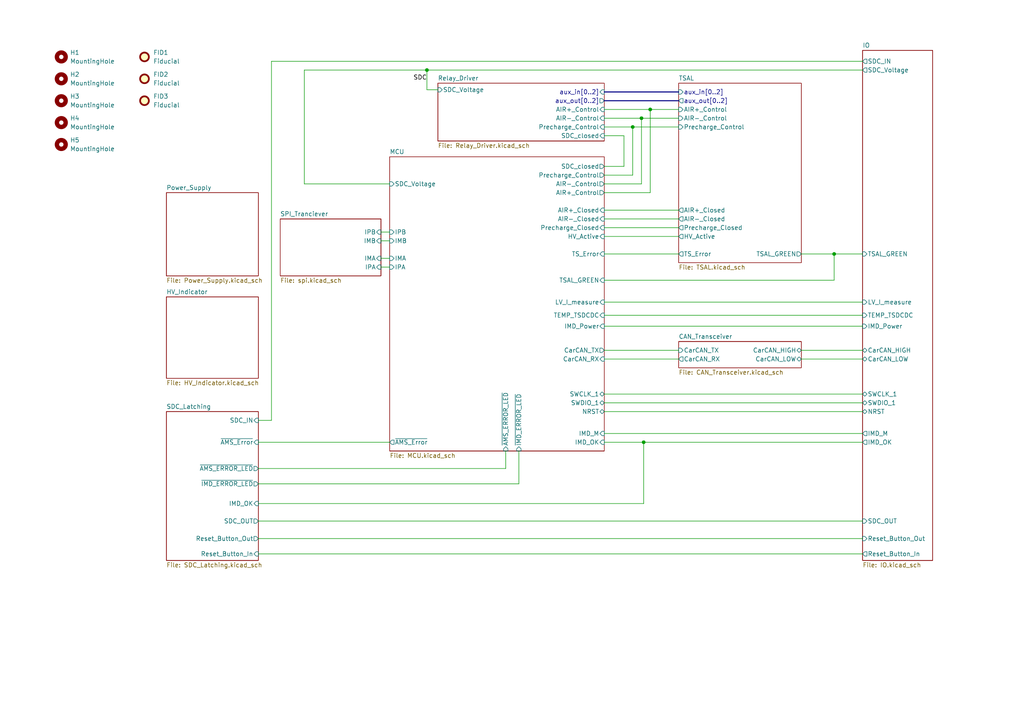
<source format=kicad_sch>
(kicad_sch
	(version 20231120)
	(generator "eeschema")
	(generator_version "8.0")
	(uuid "e63e39d7-6ac0-4ffd-8aa3-1841a4541b55")
	(paper "A4")
	(lib_symbols
		(symbol "Mechanical:Fiducial"
			(exclude_from_sim yes)
			(in_bom no)
			(on_board yes)
			(property "Reference" "FID"
				(at 0 5.08 0)
				(effects
					(font
						(size 1.27 1.27)
					)
				)
			)
			(property "Value" "Fiducial"
				(at 0 3.175 0)
				(effects
					(font
						(size 1.27 1.27)
					)
				)
			)
			(property "Footprint" ""
				(at 0 0 0)
				(effects
					(font
						(size 1.27 1.27)
					)
					(hide yes)
				)
			)
			(property "Datasheet" "~"
				(at 0 0 0)
				(effects
					(font
						(size 1.27 1.27)
					)
					(hide yes)
				)
			)
			(property "Description" "Fiducial Marker"
				(at 0 0 0)
				(effects
					(font
						(size 1.27 1.27)
					)
					(hide yes)
				)
			)
			(property "ki_keywords" "fiducial marker"
				(at 0 0 0)
				(effects
					(font
						(size 1.27 1.27)
					)
					(hide yes)
				)
			)
			(property "ki_fp_filters" "Fiducial*"
				(at 0 0 0)
				(effects
					(font
						(size 1.27 1.27)
					)
					(hide yes)
				)
			)
			(symbol "Fiducial_0_1"
				(circle
					(center 0 0)
					(radius 1.27)
					(stroke
						(width 0.508)
						(type default)
					)
					(fill
						(type background)
					)
				)
			)
		)
		(symbol "Mechanical:MountingHole"
			(pin_names
				(offset 1.016)
			)
			(exclude_from_sim yes)
			(in_bom no)
			(on_board yes)
			(property "Reference" "H"
				(at 0 5.08 0)
				(effects
					(font
						(size 1.27 1.27)
					)
				)
			)
			(property "Value" "MountingHole"
				(at 0 3.175 0)
				(effects
					(font
						(size 1.27 1.27)
					)
				)
			)
			(property "Footprint" ""
				(at 0 0 0)
				(effects
					(font
						(size 1.27 1.27)
					)
					(hide yes)
				)
			)
			(property "Datasheet" "~"
				(at 0 0 0)
				(effects
					(font
						(size 1.27 1.27)
					)
					(hide yes)
				)
			)
			(property "Description" "Mounting Hole without connection"
				(at 0 0 0)
				(effects
					(font
						(size 1.27 1.27)
					)
					(hide yes)
				)
			)
			(property "ki_keywords" "mounting hole"
				(at 0 0 0)
				(effects
					(font
						(size 1.27 1.27)
					)
					(hide yes)
				)
			)
			(property "ki_fp_filters" "MountingHole*"
				(at 0 0 0)
				(effects
					(font
						(size 1.27 1.27)
					)
					(hide yes)
				)
			)
			(symbol "MountingHole_0_1"
				(circle
					(center 0 0)
					(radius 1.27)
					(stroke
						(width 1.27)
						(type default)
					)
					(fill
						(type none)
					)
				)
			)
		)
	)
	(junction
		(at 241.935 73.66)
		(diameter 0)
		(color 0 0 0 0)
		(uuid "0a7f7cff-c29b-4cc6-9d26-e8a073329d15")
	)
	(junction
		(at 123.825 20.32)
		(diameter 0)
		(color 0 0 0 0)
		(uuid "408fafc3-a377-41a0-b7ba-93182cde2895")
	)
	(junction
		(at 186.69 128.27)
		(diameter 0)
		(color 0 0 0 0)
		(uuid "44793ef5-ff1a-4dd7-a42e-e257f8b8042e")
	)
	(junction
		(at 188.595 31.75)
		(diameter 0)
		(color 0 0 0 0)
		(uuid "4978de48-824e-4da0-ad6c-6a4aefa3ff9d")
	)
	(junction
		(at 183.515 36.83)
		(diameter 0)
		(color 0 0 0 0)
		(uuid "7c350bc1-d08e-421e-9df9-7d582d023d7d")
	)
	(junction
		(at 186.055 34.29)
		(diameter 0)
		(color 0 0 0 0)
		(uuid "a1e57cfd-14f7-4329-8eff-f9f55eb71a7d")
	)
	(wire
		(pts
			(xy 180.975 48.26) (xy 180.975 39.37)
		)
		(stroke
			(width 0)
			(type default)
		)
		(uuid "07f9dc8d-c0d0-4dc9-8401-f12e87290517")
	)
	(wire
		(pts
			(xy 188.595 55.88) (xy 188.595 31.75)
		)
		(stroke
			(width 0)
			(type default)
		)
		(uuid "161c37ee-859e-408a-bfc2-59491a96f951")
	)
	(wire
		(pts
			(xy 175.26 36.83) (xy 183.515 36.83)
		)
		(stroke
			(width 0)
			(type default)
		)
		(uuid "1860a00d-f6ff-4922-be20-059a8da73e09")
	)
	(wire
		(pts
			(xy 175.26 94.615) (xy 250.19 94.615)
		)
		(stroke
			(width 0)
			(type default)
		)
		(uuid "18e14012-8379-44ba-bc03-22592befc89a")
	)
	(wire
		(pts
			(xy 175.26 128.27) (xy 186.69 128.27)
		)
		(stroke
			(width 0)
			(type default)
		)
		(uuid "1b75a20a-67f1-4c22-93ad-86624ea64c65")
	)
	(wire
		(pts
			(xy 186.055 34.29) (xy 196.85 34.29)
		)
		(stroke
			(width 0)
			(type default)
		)
		(uuid "1db01ef0-e8ca-4592-b2d3-07fb736a1c26")
	)
	(wire
		(pts
			(xy 110.49 67.31) (xy 113.03 67.31)
		)
		(stroke
			(width 0)
			(type default)
		)
		(uuid "24f82c31-79c3-42d8-ae53-1dfc0417f292")
	)
	(wire
		(pts
			(xy 186.69 128.27) (xy 186.69 146.05)
		)
		(stroke
			(width 0)
			(type default)
		)
		(uuid "30e997bf-188f-4d9b-bd84-fbf9b303fdbc")
	)
	(bus
		(pts
			(xy 175.26 29.21) (xy 196.85 29.21)
		)
		(stroke
			(width 0)
			(type default)
		)
		(uuid "31ffb8c5-4965-42af-9ed5-2cde8d5c615d")
	)
	(wire
		(pts
			(xy 175.26 31.75) (xy 188.595 31.75)
		)
		(stroke
			(width 0)
			(type default)
		)
		(uuid "32c45256-301b-4d4b-9c80-908f3eaa6645")
	)
	(wire
		(pts
			(xy 78.74 17.78) (xy 250.19 17.78)
		)
		(stroke
			(width 0)
			(type default)
		)
		(uuid "39b04c6a-a164-49f1-abea-a3a32285d465")
	)
	(wire
		(pts
			(xy 175.26 81.28) (xy 241.935 81.28)
		)
		(stroke
			(width 0)
			(type default)
		)
		(uuid "3aeadea1-001e-4433-96d3-f973553a40ce")
	)
	(wire
		(pts
			(xy 88.265 53.34) (xy 113.03 53.34)
		)
		(stroke
			(width 0)
			(type default)
		)
		(uuid "43ff35e9-7cd8-4f62-aee2-70328842afeb")
	)
	(wire
		(pts
			(xy 74.93 156.21) (xy 250.19 156.21)
		)
		(stroke
			(width 0)
			(type default)
		)
		(uuid "4c72069e-2911-45fc-ac82-d63dbffe3b04")
	)
	(wire
		(pts
			(xy 183.515 36.83) (xy 183.515 50.8)
		)
		(stroke
			(width 0)
			(type default)
		)
		(uuid "4ec701c3-5b60-44fd-aa98-394de6f7caab")
	)
	(wire
		(pts
			(xy 188.595 31.75) (xy 196.85 31.75)
		)
		(stroke
			(width 0)
			(type default)
		)
		(uuid "51e28119-6df5-4157-ad5a-a917e8c3b6f3")
	)
	(wire
		(pts
			(xy 232.41 104.14) (xy 250.19 104.14)
		)
		(stroke
			(width 0)
			(type default)
		)
		(uuid "52f50848-80d1-428f-ab45-bb31bf0b1bf9")
	)
	(wire
		(pts
			(xy 110.49 77.47) (xy 113.03 77.47)
		)
		(stroke
			(width 0)
			(type default)
		)
		(uuid "54692d45-1676-44b5-883b-2bc41b0fdb8c")
	)
	(wire
		(pts
			(xy 74.93 140.335) (xy 150.495 140.335)
		)
		(stroke
			(width 0)
			(type default)
		)
		(uuid "56636031-e736-471a-aef1-0ac263156ba7")
	)
	(wire
		(pts
			(xy 175.26 73.66) (xy 196.85 73.66)
		)
		(stroke
			(width 0)
			(type default)
		)
		(uuid "59c97f32-e3dc-44cd-97bd-a21f9f2761ed")
	)
	(wire
		(pts
			(xy 175.26 50.8) (xy 183.515 50.8)
		)
		(stroke
			(width 0)
			(type default)
		)
		(uuid "619d8902-06d2-4923-bb65-cfa8d092be87")
	)
	(wire
		(pts
			(xy 74.93 128.27) (xy 113.03 128.27)
		)
		(stroke
			(width 0)
			(type default)
		)
		(uuid "6d2f0521-9da9-4af2-a499-d52735120f75")
	)
	(wire
		(pts
			(xy 110.49 69.85) (xy 113.03 69.85)
		)
		(stroke
			(width 0)
			(type default)
		)
		(uuid "6f739289-0d73-4828-8ed9-0bb5278b8b5b")
	)
	(wire
		(pts
			(xy 150.495 130.81) (xy 150.495 140.335)
		)
		(stroke
			(width 0)
			(type default)
		)
		(uuid "6f995fe1-0166-4ccb-ab08-e9ce4b1480ae")
	)
	(wire
		(pts
			(xy 175.26 114.3) (xy 250.19 114.3)
		)
		(stroke
			(width 0)
			(type default)
		)
		(uuid "72de219e-ea5c-4118-91e1-aa7450812977")
	)
	(wire
		(pts
			(xy 175.26 119.38) (xy 250.19 119.38)
		)
		(stroke
			(width 0)
			(type default)
		)
		(uuid "750042e4-ec72-4b72-a7a1-170d65b6a550")
	)
	(wire
		(pts
			(xy 74.93 121.92) (xy 78.74 121.92)
		)
		(stroke
			(width 0)
			(type default)
		)
		(uuid "78a24785-3b42-46fa-9caf-3fc007c85f2c")
	)
	(wire
		(pts
			(xy 241.935 73.66) (xy 250.19 73.66)
		)
		(stroke
			(width 0)
			(type default)
		)
		(uuid "79c4682b-6f04-465e-bf87-1364ab0de3e5")
	)
	(wire
		(pts
			(xy 241.935 73.66) (xy 241.935 81.28)
		)
		(stroke
			(width 0)
			(type default)
		)
		(uuid "7bf839f6-fe27-416f-b4fb-8b45d66e9c7a")
	)
	(wire
		(pts
			(xy 175.26 53.34) (xy 186.055 53.34)
		)
		(stroke
			(width 0)
			(type default)
		)
		(uuid "7eae9a3b-04d0-4025-90cb-4b284bd379ef")
	)
	(wire
		(pts
			(xy 123.825 26.035) (xy 127 26.035)
		)
		(stroke
			(width 0)
			(type default)
		)
		(uuid "7fe8261e-9374-4542-8746-31b48c970009")
	)
	(wire
		(pts
			(xy 88.265 20.32) (xy 88.265 53.34)
		)
		(stroke
			(width 0)
			(type default)
		)
		(uuid "86c8f75c-d22e-41f4-9b54-7366753afa46")
	)
	(wire
		(pts
			(xy 175.26 66.04) (xy 196.85 66.04)
		)
		(stroke
			(width 0)
			(type default)
		)
		(uuid "879ccb09-3504-4864-9c31-833d63a283d6")
	)
	(wire
		(pts
			(xy 175.26 34.29) (xy 186.055 34.29)
		)
		(stroke
			(width 0)
			(type default)
		)
		(uuid "8893e1cb-365b-4c9c-a85e-2244f030fd1e")
	)
	(wire
		(pts
			(xy 110.49 74.93) (xy 113.03 74.93)
		)
		(stroke
			(width 0)
			(type default)
		)
		(uuid "8b1d64f7-3258-49b4-92aa-93c8541190ba")
	)
	(wire
		(pts
			(xy 232.41 73.66) (xy 241.935 73.66)
		)
		(stroke
			(width 0)
			(type default)
		)
		(uuid "8f2e9e26-e3f1-440c-a826-c9d96000f0ea")
	)
	(wire
		(pts
			(xy 186.69 128.27) (xy 250.19 128.27)
		)
		(stroke
			(width 0)
			(type default)
		)
		(uuid "970ec349-aa6c-4058-9a8a-06f8b0ada789")
	)
	(wire
		(pts
			(xy 123.825 20.32) (xy 123.825 26.035)
		)
		(stroke
			(width 0)
			(type default)
		)
		(uuid "9eaca443-67c5-43d3-a2cb-8dc2134d743d")
	)
	(wire
		(pts
			(xy 175.26 87.63) (xy 250.19 87.63)
		)
		(stroke
			(width 0)
			(type default)
		)
		(uuid "a07ba9bc-6ee6-4356-918f-f47ec7cc369e")
	)
	(wire
		(pts
			(xy 74.93 160.655) (xy 250.19 160.655)
		)
		(stroke
			(width 0)
			(type default)
		)
		(uuid "a14d2587-5011-4932-895b-968b85fb9c29")
	)
	(wire
		(pts
			(xy 175.26 125.73) (xy 250.19 125.73)
		)
		(stroke
			(width 0)
			(type default)
		)
		(uuid "a268a543-1d94-4c7d-9e93-681aa6017876")
	)
	(wire
		(pts
			(xy 175.26 68.58) (xy 196.85 68.58)
		)
		(stroke
			(width 0)
			(type default)
		)
		(uuid "b509a92c-b91c-4e42-b9e3-f73c6491975d")
	)
	(wire
		(pts
			(xy 175.26 101.6) (xy 196.85 101.6)
		)
		(stroke
			(width 0)
			(type default)
		)
		(uuid "bbd9a530-d966-44db-b792-6b8364074399")
	)
	(wire
		(pts
			(xy 183.515 36.83) (xy 196.85 36.83)
		)
		(stroke
			(width 0)
			(type default)
		)
		(uuid "bd7c142b-1b4a-4e3e-891a-2fc7994c4031")
	)
	(wire
		(pts
			(xy 180.975 39.37) (xy 175.26 39.37)
		)
		(stroke
			(width 0)
			(type default)
		)
		(uuid "c4a85f6c-5ba7-40d8-af18-4a31720497a2")
	)
	(wire
		(pts
			(xy 175.26 116.84) (xy 250.19 116.84)
		)
		(stroke
			(width 0)
			(type default)
		)
		(uuid "c7fe1963-cd78-4101-8ef6-6dcc644a8e7d")
	)
	(wire
		(pts
			(xy 175.26 91.44) (xy 250.19 91.44)
		)
		(stroke
			(width 0)
			(type default)
		)
		(uuid "cca14e52-daa2-472f-b950-9a1276c72fee")
	)
	(bus
		(pts
			(xy 175.26 26.67) (xy 196.85 26.67)
		)
		(stroke
			(width 0)
			(type default)
		)
		(uuid "cea651cf-4b09-4040-866b-09f29baccde7")
	)
	(wire
		(pts
			(xy 74.93 151.13) (xy 250.19 151.13)
		)
		(stroke
			(width 0)
			(type default)
		)
		(uuid "d0c6c499-7a00-48b4-bd4b-891bbdb16994")
	)
	(wire
		(pts
			(xy 146.685 135.89) (xy 146.685 130.81)
		)
		(stroke
			(width 0)
			(type default)
		)
		(uuid "d316bfb3-2c73-4ff1-84e3-75c482cbfaa2")
	)
	(wire
		(pts
			(xy 175.26 104.14) (xy 196.85 104.14)
		)
		(stroke
			(width 0)
			(type default)
		)
		(uuid "d53b8b6f-dec9-4a34-9e59-6fc2f5bafc6c")
	)
	(wire
		(pts
			(xy 175.26 63.5) (xy 196.85 63.5)
		)
		(stroke
			(width 0)
			(type default)
		)
		(uuid "d88aee4c-fb2b-496d-98dc-785013c70a8c")
	)
	(wire
		(pts
			(xy 180.975 48.26) (xy 175.26 48.26)
		)
		(stroke
			(width 0)
			(type default)
		)
		(uuid "df7a4fb7-c0df-4747-a51c-5b6d57141fc8")
	)
	(wire
		(pts
			(xy 74.93 135.89) (xy 146.685 135.89)
		)
		(stroke
			(width 0)
			(type default)
		)
		(uuid "e0757bcb-e970-4f03-94f2-6301484ac229")
	)
	(wire
		(pts
			(xy 123.825 20.32) (xy 250.19 20.32)
		)
		(stroke
			(width 0)
			(type default)
		)
		(uuid "e4022d97-9262-4b9e-8880-03a4afd73d19")
	)
	(wire
		(pts
			(xy 74.93 146.05) (xy 186.69 146.05)
		)
		(stroke
			(width 0)
			(type default)
		)
		(uuid "ea203829-7c79-4d55-8c55-d3d8ecb641ef")
	)
	(wire
		(pts
			(xy 88.265 20.32) (xy 123.825 20.32)
		)
		(stroke
			(width 0)
			(type default)
		)
		(uuid "ec66eea5-ae96-4bf7-93db-2f86111f3986")
	)
	(wire
		(pts
			(xy 78.74 17.78) (xy 78.74 121.92)
		)
		(stroke
			(width 0)
			(type default)
		)
		(uuid "ef04e179-1035-430f-b8a3-37f6edb09c73")
	)
	(wire
		(pts
			(xy 232.41 101.6) (xy 250.19 101.6)
		)
		(stroke
			(width 0)
			(type default)
		)
		(uuid "f4eb62d3-6998-4510-806f-341547b3745d")
	)
	(wire
		(pts
			(xy 186.055 34.29) (xy 186.055 53.34)
		)
		(stroke
			(width 0)
			(type default)
		)
		(uuid "f883506b-40b7-4a33-8b08-87bb566721c7")
	)
	(wire
		(pts
			(xy 175.26 60.96) (xy 196.85 60.96)
		)
		(stroke
			(width 0)
			(type default)
		)
		(uuid "f9d34e50-92ea-47a4-8b48-a188792d1fba")
	)
	(wire
		(pts
			(xy 175.26 55.88) (xy 188.595 55.88)
		)
		(stroke
			(width 0)
			(type default)
		)
		(uuid "fa484b90-07b7-4a9e-9fea-6e2a33d9559c")
	)
	(label "SDC"
		(at 123.825 23.495 180)
		(fields_autoplaced yes)
		(effects
			(font
				(size 1.27 1.27)
				(color 0 0 0 1)
			)
			(justify right bottom)
		)
		(uuid "5a0c03f1-96bf-4aa0-a982-95eb41ebc984")
		(property "Netclass" "Relay"
			(at 123.825 24.765 0)
			(effects
				(font
					(size 1.27 1.27)
					(bold yes)
					(italic yes)
				)
				(justify right)
				(hide yes)
			)
		)
	)
	(symbol
		(lib_id "Mechanical:MountingHole")
		(at 17.78 16.51 0)
		(unit 1)
		(exclude_from_sim yes)
		(in_bom no)
		(on_board yes)
		(dnp no)
		(fields_autoplaced yes)
		(uuid "0a967dcf-cf87-4b53-bafc-12025984e67b")
		(property "Reference" "H1"
			(at 20.32 15.2399 0)
			(effects
				(font
					(size 1.27 1.27)
				)
				(justify left)
			)
		)
		(property "Value" "MountingHole"
			(at 20.32 17.7799 0)
			(effects
				(font
					(size 1.27 1.27)
				)
				(justify left)
			)
		)
		(property "Footprint" "MountingHole:MountingHole_3.2mm_M3"
			(at 17.78 16.51 0)
			(effects
				(font
					(size 1.27 1.27)
				)
				(hide yes)
			)
		)
		(property "Datasheet" "~"
			(at 17.78 16.51 0)
			(effects
				(font
					(size 1.27 1.27)
				)
				(hide yes)
			)
		)
		(property "Description" "Mounting Hole without connection"
			(at 17.78 16.51 0)
			(effects
				(font
					(size 1.27 1.27)
				)
				(hide yes)
			)
		)
		(instances
			(project "Master_FT25"
				(path "/e63e39d7-6ac0-4ffd-8aa3-1841a4541b55"
					(reference "H1")
					(unit 1)
				)
			)
		)
	)
	(symbol
		(lib_id "Mechanical:MountingHole")
		(at 17.78 41.91 0)
		(unit 1)
		(exclude_from_sim yes)
		(in_bom no)
		(on_board yes)
		(dnp no)
		(fields_autoplaced yes)
		(uuid "0b072f1d-7d2e-416a-a533-7e5d8d8d6b40")
		(property "Reference" "H5"
			(at 20.32 40.6399 0)
			(effects
				(font
					(size 1.27 1.27)
				)
				(justify left)
			)
		)
		(property "Value" "MountingHole"
			(at 20.32 43.1799 0)
			(effects
				(font
					(size 1.27 1.27)
				)
				(justify left)
			)
		)
		(property "Footprint" "MountingHole:MountingHole_3.2mm_M3"
			(at 17.78 41.91 0)
			(effects
				(font
					(size 1.27 1.27)
				)
				(hide yes)
			)
		)
		(property "Datasheet" "~"
			(at 17.78 41.91 0)
			(effects
				(font
					(size 1.27 1.27)
				)
				(hide yes)
			)
		)
		(property "Description" "Mounting Hole without connection"
			(at 17.78 41.91 0)
			(effects
				(font
					(size 1.27 1.27)
				)
				(hide yes)
			)
		)
		(instances
			(project "Master_FT25"
				(path "/e63e39d7-6ac0-4ffd-8aa3-1841a4541b55"
					(reference "H5")
					(unit 1)
				)
			)
		)
	)
	(symbol
		(lib_id "Mechanical:Fiducial")
		(at 41.91 29.21 0)
		(unit 1)
		(exclude_from_sim yes)
		(in_bom no)
		(on_board yes)
		(dnp no)
		(fields_autoplaced yes)
		(uuid "20cdaa43-65c8-4542-a3d9-8381e50d7078")
		(property "Reference" "FID3"
			(at 44.45 27.9399 0)
			(effects
				(font
					(size 1.27 1.27)
				)
				(justify left)
			)
		)
		(property "Value" "Fiducial"
			(at 44.45 30.4799 0)
			(effects
				(font
					(size 1.27 1.27)
				)
				(justify left)
			)
		)
		(property "Footprint" "Fiducial:Fiducial_1mm_Mask2mm"
			(at 41.91 29.21 0)
			(effects
				(font
					(size 1.27 1.27)
				)
				(hide yes)
			)
		)
		(property "Datasheet" "~"
			(at 41.91 29.21 0)
			(effects
				(font
					(size 1.27 1.27)
				)
				(hide yes)
			)
		)
		(property "Description" "Fiducial Marker"
			(at 41.91 29.21 0)
			(effects
				(font
					(size 1.27 1.27)
				)
				(hide yes)
			)
		)
		(instances
			(project "Master_FT25"
				(path "/e63e39d7-6ac0-4ffd-8aa3-1841a4541b55"
					(reference "FID3")
					(unit 1)
				)
			)
		)
	)
	(symbol
		(lib_id "Mechanical:MountingHole")
		(at 17.78 22.86 0)
		(unit 1)
		(exclude_from_sim yes)
		(in_bom no)
		(on_board yes)
		(dnp no)
		(fields_autoplaced yes)
		(uuid "21853630-98ed-40d6-a6a4-eace38ba178b")
		(property "Reference" "H2"
			(at 20.32 21.5899 0)
			(effects
				(font
					(size 1.27 1.27)
				)
				(justify left)
			)
		)
		(property "Value" "MountingHole"
			(at 20.32 24.1299 0)
			(effects
				(font
					(size 1.27 1.27)
				)
				(justify left)
			)
		)
		(property "Footprint" "MountingHole:MountingHole_3.2mm_M3"
			(at 17.78 22.86 0)
			(effects
				(font
					(size 1.27 1.27)
				)
				(hide yes)
			)
		)
		(property "Datasheet" "~"
			(at 17.78 22.86 0)
			(effects
				(font
					(size 1.27 1.27)
				)
				(hide yes)
			)
		)
		(property "Description" "Mounting Hole without connection"
			(at 17.78 22.86 0)
			(effects
				(font
					(size 1.27 1.27)
				)
				(hide yes)
			)
		)
		(instances
			(project "Master_FT25"
				(path "/e63e39d7-6ac0-4ffd-8aa3-1841a4541b55"
					(reference "H2")
					(unit 1)
				)
			)
		)
	)
	(symbol
		(lib_id "Mechanical:Fiducial")
		(at 41.91 16.51 0)
		(unit 1)
		(exclude_from_sim yes)
		(in_bom no)
		(on_board yes)
		(dnp no)
		(fields_autoplaced yes)
		(uuid "45741e40-abdc-4d50-b317-939a5201ace5")
		(property "Reference" "FID1"
			(at 44.45 15.2399 0)
			(effects
				(font
					(size 1.27 1.27)
				)
				(justify left)
			)
		)
		(property "Value" "Fiducial"
			(at 44.45 17.7799 0)
			(effects
				(font
					(size 1.27 1.27)
				)
				(justify left)
			)
		)
		(property "Footprint" "Fiducial:Fiducial_1mm_Mask2mm"
			(at 41.91 16.51 0)
			(effects
				(font
					(size 1.27 1.27)
				)
				(hide yes)
			)
		)
		(property "Datasheet" "~"
			(at 41.91 16.51 0)
			(effects
				(font
					(size 1.27 1.27)
				)
				(hide yes)
			)
		)
		(property "Description" "Fiducial Marker"
			(at 41.91 16.51 0)
			(effects
				(font
					(size 1.27 1.27)
				)
				(hide yes)
			)
		)
		(instances
			(project "Master_FT25"
				(path "/e63e39d7-6ac0-4ffd-8aa3-1841a4541b55"
					(reference "FID1")
					(unit 1)
				)
			)
		)
	)
	(symbol
		(lib_id "Mechanical:MountingHole")
		(at 17.78 35.56 0)
		(unit 1)
		(exclude_from_sim yes)
		(in_bom no)
		(on_board yes)
		(dnp no)
		(fields_autoplaced yes)
		(uuid "6301e002-599c-4024-b369-a435c3498b7e")
		(property "Reference" "H4"
			(at 20.32 34.2899 0)
			(effects
				(font
					(size 1.27 1.27)
				)
				(justify left)
			)
		)
		(property "Value" "MountingHole"
			(at 20.32 36.8299 0)
			(effects
				(font
					(size 1.27 1.27)
				)
				(justify left)
			)
		)
		(property "Footprint" "MountingHole:MountingHole_3.2mm_M3"
			(at 17.78 35.56 0)
			(effects
				(font
					(size 1.27 1.27)
				)
				(hide yes)
			)
		)
		(property "Datasheet" "~"
			(at 17.78 35.56 0)
			(effects
				(font
					(size 1.27 1.27)
				)
				(hide yes)
			)
		)
		(property "Description" "Mounting Hole without connection"
			(at 17.78 35.56 0)
			(effects
				(font
					(size 1.27 1.27)
				)
				(hide yes)
			)
		)
		(instances
			(project "Master_FT25"
				(path "/e63e39d7-6ac0-4ffd-8aa3-1841a4541b55"
					(reference "H4")
					(unit 1)
				)
			)
		)
	)
	(symbol
		(lib_id "Mechanical:Fiducial")
		(at 41.91 22.86 0)
		(unit 1)
		(exclude_from_sim yes)
		(in_bom no)
		(on_board yes)
		(dnp no)
		(fields_autoplaced yes)
		(uuid "b3151b57-7e28-4545-b8a5-8cfdf967461d")
		(property "Reference" "FID2"
			(at 44.45 21.5899 0)
			(effects
				(font
					(size 1.27 1.27)
				)
				(justify left)
			)
		)
		(property "Value" "Fiducial"
			(at 44.45 24.1299 0)
			(effects
				(font
					(size 1.27 1.27)
				)
				(justify left)
			)
		)
		(property "Footprint" "Fiducial:Fiducial_1mm_Mask2mm"
			(at 41.91 22.86 0)
			(effects
				(font
					(size 1.27 1.27)
				)
				(hide yes)
			)
		)
		(property "Datasheet" "~"
			(at 41.91 22.86 0)
			(effects
				(font
					(size 1.27 1.27)
				)
				(hide yes)
			)
		)
		(property "Description" "Fiducial Marker"
			(at 41.91 22.86 0)
			(effects
				(font
					(size 1.27 1.27)
				)
				(hide yes)
			)
		)
		(instances
			(project "Master_FT25"
				(path "/e63e39d7-6ac0-4ffd-8aa3-1841a4541b55"
					(reference "FID2")
					(unit 1)
				)
			)
		)
	)
	(symbol
		(lib_id "Mechanical:MountingHole")
		(at 17.78 29.21 0)
		(unit 1)
		(exclude_from_sim yes)
		(in_bom no)
		(on_board yes)
		(dnp no)
		(fields_autoplaced yes)
		(uuid "d1527598-7f4d-46c2-9d81-1aa748b9fa8d")
		(property "Reference" "H3"
			(at 20.32 27.9399 0)
			(effects
				(font
					(size 1.27 1.27)
				)
				(justify left)
			)
		)
		(property "Value" "MountingHole"
			(at 20.32 30.4799 0)
			(effects
				(font
					(size 1.27 1.27)
				)
				(justify left)
			)
		)
		(property "Footprint" "MountingHole:MountingHole_3.2mm_M3"
			(at 17.78 29.21 0)
			(effects
				(font
					(size 1.27 1.27)
				)
				(hide yes)
			)
		)
		(property "Datasheet" "~"
			(at 17.78 29.21 0)
			(effects
				(font
					(size 1.27 1.27)
				)
				(hide yes)
			)
		)
		(property "Description" "Mounting Hole without connection"
			(at 17.78 29.21 0)
			(effects
				(font
					(size 1.27 1.27)
				)
				(hide yes)
			)
		)
		(instances
			(project "Master_FT25"
				(path "/e63e39d7-6ac0-4ffd-8aa3-1841a4541b55"
					(reference "H3")
					(unit 1)
				)
			)
		)
	)
	(sheet
		(at 48.26 119.38)
		(size 26.67 43.18)
		(fields_autoplaced yes)
		(stroke
			(width 0.1524)
			(type solid)
		)
		(fill
			(color 0 0 0 0.0000)
		)
		(uuid "1faf3ef0-baac-46e1-a293-a43d671ef048")
		(property "Sheetname" "SDC_Latching"
			(at 48.26 118.6684 0)
			(effects
				(font
					(size 1.27 1.27)
				)
				(justify left bottom)
			)
		)
		(property "Sheetfile" "SDC_Latching.kicad_sch"
			(at 48.26 163.1446 0)
			(effects
				(font
					(size 1.27 1.27)
				)
				(justify left top)
			)
		)
		(pin "Reset_Button_In" input
			(at 74.93 160.655 0)
			(effects
				(font
					(size 1.27 1.27)
				)
				(justify right)
			)
			(uuid "d29d350b-902b-4201-b78d-3987c1d43101")
		)
		(pin "Reset_Button_Out" output
			(at 74.93 156.21 0)
			(effects
				(font
					(size 1.27 1.27)
				)
				(justify right)
			)
			(uuid "b3467c47-149f-4dd6-96a3-1425c5e65cd6")
		)
		(pin "SDC_OUT" output
			(at 74.93 151.13 0)
			(effects
				(font
					(size 1.27 1.27)
				)
				(justify right)
			)
			(uuid "04195bc4-f957-489b-8e05-747e1a2601f4")
		)
		(pin "SDC_IN" input
			(at 74.93 121.92 0)
			(effects
				(font
					(size 1.27 1.27)
				)
				(justify right)
			)
			(uuid "92e1de3b-0808-4574-9811-f75c22fccddf")
		)
		(pin "~{AMS_Error}" input
			(at 74.93 128.27 0)
			(effects
				(font
					(size 1.27 1.27)
				)
				(justify right)
			)
			(uuid "d4f4818d-c3c7-4eeb-9c52-aad858d58f30")
		)
		(pin "IMD_OK" input
			(at 74.93 146.05 0)
			(effects
				(font
					(size 1.27 1.27)
				)
				(justify right)
			)
			(uuid "44e26c19-37fa-4e80-adb7-6f8f90521f09")
		)
		(pin "~{AMS_ERROR_LED}" output
			(at 74.93 135.89 0)
			(effects
				(font
					(size 1.27 1.27)
				)
				(justify right)
			)
			(uuid "db873ff3-3fa6-46f9-acf2-1776292c3326")
		)
		(pin "~{IMD_ERROR_LED}" output
			(at 74.93 140.335 0)
			(effects
				(font
					(size 1.27 1.27)
				)
				(justify right)
			)
			(uuid "1e0ea0b3-c0a4-42d3-b88d-ab6314267023")
		)
		(instances
			(project "Master_FT25"
				(path "/e63e39d7-6ac0-4ffd-8aa3-1841a4541b55"
					(page "10")
				)
			)
		)
	)
	(sheet
		(at 48.26 55.88)
		(size 26.67 24.13)
		(fields_autoplaced yes)
		(stroke
			(width 0.1524)
			(type solid)
		)
		(fill
			(color 0 0 0 0.0000)
		)
		(uuid "22dc17c4-8352-43f2-bb65-d704323b2333")
		(property "Sheetname" "Power_Supply"
			(at 48.26 55.1684 0)
			(effects
				(font
					(size 1.27 1.27)
				)
				(justify left bottom)
			)
		)
		(property "Sheetfile" "Power_Supply.kicad_sch"
			(at 48.26 80.5946 0)
			(effects
				(font
					(size 1.27 1.27)
				)
				(justify left top)
			)
		)
		(instances
			(project "Master_FT25"
				(path "/e63e39d7-6ac0-4ffd-8aa3-1841a4541b55"
					(page "8")
				)
			)
		)
	)
	(sheet
		(at 196.85 24.13)
		(size 35.56 52.07)
		(fields_autoplaced yes)
		(stroke
			(width 0.1524)
			(type solid)
		)
		(fill
			(color 0 0 0 0.0000)
		)
		(uuid "5ce1aa0c-f98f-4b94-80bd-f188cf4c57de")
		(property "Sheetname" "TSAL"
			(at 196.85 23.4184 0)
			(effects
				(font
					(size 1.27 1.27)
				)
				(justify left bottom)
			)
		)
		(property "Sheetfile" "TSAL.kicad_sch"
			(at 196.85 76.7846 0)
			(effects
				(font
					(size 1.27 1.27)
				)
				(justify left top)
			)
		)
		(pin "AIR-_Closed" output
			(at 196.85 63.5 180)
			(effects
				(font
					(size 1.27 1.27)
				)
				(justify left)
			)
			(uuid "7f4f978d-1e5d-4a43-b1bf-c4fa7649bd7e")
		)
		(pin "AIR-_Control" input
			(at 196.85 34.29 180)
			(effects
				(font
					(size 1.27 1.27)
				)
				(justify left)
			)
			(uuid "14206ec6-7d56-4612-a521-5201573867ec")
		)
		(pin "AIR+_Control" input
			(at 196.85 31.75 180)
			(effects
				(font
					(size 1.27 1.27)
				)
				(justify left)
			)
			(uuid "97639659-6003-4e23-b4ab-f30326d3a9e4")
		)
		(pin "AIR+_Closed" output
			(at 196.85 60.96 180)
			(effects
				(font
					(size 1.27 1.27)
				)
				(justify left)
			)
			(uuid "6395d9db-d4bc-4c2e-9617-d5b2bf2defa3")
		)
		(pin "HV_Active" output
			(at 196.85 68.58 180)
			(effects
				(font
					(size 1.27 1.27)
				)
				(justify left)
			)
			(uuid "9bc0c846-6b29-4e4d-a0d2-1bffadd4b174")
		)
		(pin "aux_in[0..2]" input
			(at 196.85 26.67 180)
			(effects
				(font
					(size 1.27 1.27)
				)
				(justify left)
			)
			(uuid "62f5980a-ba24-42c2-bf17-3ba93154ccbe")
		)
		(pin "aux_out[0..2]" output
			(at 196.85 29.21 180)
			(effects
				(font
					(size 1.27 1.27)
				)
				(justify left)
			)
			(uuid "7b7686bc-62db-4756-a60c-2a44d69edb52")
		)
		(pin "TS_Error" output
			(at 196.85 73.66 180)
			(effects
				(font
					(size 1.27 1.27)
				)
				(justify left)
			)
			(uuid "2448d2bd-f095-4512-bdbb-8c68f77aacaa")
		)
		(pin "Precharge_Closed" output
			(at 196.85 66.04 180)
			(effects
				(font
					(size 1.27 1.27)
				)
				(justify left)
			)
			(uuid "93060461-877f-42a6-80bd-dbb98ff86726")
		)
		(pin "Precharge_Control" input
			(at 196.85 36.83 180)
			(effects
				(font
					(size 1.27 1.27)
				)
				(justify left)
			)
			(uuid "1df4d53f-ddfd-42ee-ba3c-fb3c93ade126")
		)
		(pin "TSAL_GREEN" output
			(at 232.41 73.66 0)
			(effects
				(font
					(size 1.27 1.27)
				)
				(justify right)
			)
			(uuid "a160ed03-0ccc-4e23-a6c8-c4e67a7fba77")
		)
		(instances
			(project "Master_FT25"
				(path "/e63e39d7-6ac0-4ffd-8aa3-1841a4541b55"
					(page "2")
				)
			)
		)
	)
	(sheet
		(at 48.26 86.106)
		(size 26.67 23.622)
		(fields_autoplaced yes)
		(stroke
			(width 0.1524)
			(type solid)
		)
		(fill
			(color 0 0 0 0.0000)
		)
		(uuid "79aa61b0-3913-4dd5-85ac-a55bcc701429")
		(property "Sheetname" "HV_Indicator"
			(at 48.26 85.3944 0)
			(effects
				(font
					(size 1.27 1.27)
				)
				(justify left bottom)
			)
		)
		(property "Sheetfile" "HV_Indicator.kicad_sch"
			(at 48.26 110.3126 0)
			(effects
				(font
					(size 1.27 1.27)
				)
				(justify left top)
			)
		)
		(instances
			(project "Master_FT25"
				(path "/e63e39d7-6ac0-4ffd-8aa3-1841a4541b55"
					(page "11")
				)
			)
		)
	)
	(sheet
		(at 81.28 63.5)
		(size 29.21 16.51)
		(fields_autoplaced yes)
		(stroke
			(width 0.1524)
			(type solid)
		)
		(fill
			(color 0 0 0 0.0000)
		)
		(uuid "7ea6d794-d6f7-459d-b00f-ed5a8a0446d9")
		(property "Sheetname" "SPI_Tranciever"
			(at 81.28 62.7884 0)
			(effects
				(font
					(size 1.27 1.27)
				)
				(justify left bottom)
			)
		)
		(property "Sheetfile" "spi.kicad_sch"
			(at 81.28 80.5946 0)
			(effects
				(font
					(size 1.27 1.27)
				)
				(justify left top)
			)
		)
		(pin "IPB" input
			(at 110.49 67.31 0)
			(effects
				(font
					(size 1.27 1.27)
				)
				(justify right)
			)
			(uuid "12d18ded-a9ec-4a47-a265-cb4b48bd9928")
		)
		(pin "IMB" input
			(at 110.49 69.85 0)
			(effects
				(font
					(size 1.27 1.27)
				)
				(justify right)
			)
			(uuid "4f5cbb16-21f4-4acb-beed-5735b597fc51")
		)
		(pin "IMA" input
			(at 110.49 74.93 0)
			(effects
				(font
					(size 1.27 1.27)
				)
				(justify right)
			)
			(uuid "fd58e044-12b4-4992-9f63-d59e347d92a5")
		)
		(pin "IPA" input
			(at 110.49 77.47 0)
			(effects
				(font
					(size 1.27 1.27)
				)
				(justify right)
			)
			(uuid "212208da-4d93-4618-932d-5d0895edf826")
		)
		(instances
			(project "Master_FT25"
				(path "/e63e39d7-6ac0-4ffd-8aa3-1841a4541b55"
					(page "15")
				)
			)
		)
	)
	(sheet
		(at 127 24.13)
		(size 48.26 16.764)
		(fields_autoplaced yes)
		(stroke
			(width 0.1524)
			(type solid)
		)
		(fill
			(color 0 0 0 0.0000)
		)
		(uuid "95b8e8bb-175b-4c26-b28f-f18dafbb4793")
		(property "Sheetname" "Relay_Driver"
			(at 127 23.4184 0)
			(effects
				(font
					(size 1.27 1.27)
				)
				(justify left bottom)
			)
		)
		(property "Sheetfile" "Relay_Driver.kicad_sch"
			(at 127 41.4786 0)
			(effects
				(font
					(size 1.27 1.27)
				)
				(justify left top)
			)
		)
		(pin "AIR-_Control" input
			(at 175.26 34.29 0)
			(effects
				(font
					(size 1.27 1.27)
				)
				(justify right)
			)
			(uuid "7edf1e41-024c-4116-abe5-cfef0d5a0efc")
		)
		(pin "AIR+_Control" input
			(at 175.26 31.75 0)
			(effects
				(font
					(size 1.27 1.27)
				)
				(justify right)
			)
			(uuid "6e3f7547-4f06-4521-bf16-8b7f213f0b60")
		)
		(pin "aux_out[0..2]" output
			(at 175.26 29.21 0)
			(effects
				(font
					(size 1.27 1.27)
				)
				(justify right)
			)
			(uuid "bf289db5-5459-48e2-b88f-d9d16213c777")
		)
		(pin "aux_in[0..2]" input
			(at 175.26 26.67 0)
			(effects
				(font
					(size 1.27 1.27)
				)
				(justify right)
			)
			(uuid "870086fa-587c-431c-a862-2d36619d4ebf")
		)
		(pin "Precharge_Control" input
			(at 175.26 36.83 0)
			(effects
				(font
					(size 1.27 1.27)
				)
				(justify right)
			)
			(uuid "64c41c50-b9c1-41ea-996a-a9c20799ff11")
		)
		(pin "SDC_Voltage" input
			(at 127 26.035 180)
			(effects
				(font
					(size 1.27 1.27)
				)
				(justify left)
			)
			(uuid "4d634957-f32f-40f3-8540-70e44430ba5a")
		)
		(pin "SDC_closed" input
			(at 175.26 39.37 0)
			(effects
				(font
					(size 1.27 1.27)
				)
				(justify right)
			)
			(uuid "4c65f1ce-a9bc-4c5f-8403-bedb975d8eb2")
		)
		(instances
			(project "Master_FT25"
				(path "/e63e39d7-6ac0-4ffd-8aa3-1841a4541b55"
					(page "9")
				)
			)
		)
	)
	(sheet
		(at 113.03 45.466)
		(size 62.23 85.344)
		(fields_autoplaced yes)
		(stroke
			(width 0.1524)
			(type solid)
		)
		(fill
			(color 0 0 0 0.0000)
		)
		(uuid "9b70877c-37a9-427a-bda0-c62874ddc559")
		(property "Sheetname" "MCU"
			(at 113.03 44.7544 0)
			(effects
				(font
					(size 1.27 1.27)
				)
				(justify left bottom)
			)
		)
		(property "Sheetfile" "MCU.kicad_sch"
			(at 113.03 131.3946 0)
			(effects
				(font
					(size 1.27 1.27)
				)
				(justify left top)
			)
		)
		(pin "CarCAN_TX" output
			(at 175.26 101.6 0)
			(effects
				(font
					(size 1.27 1.27)
				)
				(justify right)
			)
			(uuid "f47ef6c8-b550-4302-a5a7-6ab5a6184e74")
		)
		(pin "SWCLK_1" bidirectional
			(at 175.26 114.3 0)
			(effects
				(font
					(size 1.27 1.27)
				)
				(justify right)
			)
			(uuid "605a061b-4108-46bb-8fff-97cfb674055b")
		)
		(pin "SWDIO_1" bidirectional
			(at 175.26 116.84 0)
			(effects
				(font
					(size 1.27 1.27)
				)
				(justify right)
			)
			(uuid "92a776b3-e16c-4951-958d-ef2fb53709a9")
		)
		(pin "CarCAN_RX" input
			(at 175.26 104.14 0)
			(effects
				(font
					(size 1.27 1.27)
				)
				(justify right)
			)
			(uuid "04553aed-dc09-4ba7-a9b1-ab4eaf95146d")
		)
		(pin "AIR+_Control" output
			(at 175.26 55.88 0)
			(effects
				(font
					(size 1.27 1.27)
				)
				(justify right)
			)
			(uuid "2269f88f-a85c-4266-ac04-95bf13eb0efd")
		)
		(pin "AIR-_Control" output
			(at 175.26 53.34 0)
			(effects
				(font
					(size 1.27 1.27)
				)
				(justify right)
			)
			(uuid "d79f89ef-7e64-42d3-9138-46893922b4a9")
		)
		(pin "HV_Active" input
			(at 175.26 68.58 0)
			(effects
				(font
					(size 1.27 1.27)
				)
				(justify right)
			)
			(uuid "c20f76e0-182a-4af7-a081-ae1f520a5b95")
		)
		(pin "AIR+_Closed" input
			(at 175.26 60.96 0)
			(effects
				(font
					(size 1.27 1.27)
				)
				(justify right)
			)
			(uuid "125a1f4f-2acf-4cea-9a03-25b35d16fb96")
		)
		(pin "AIR-_Closed" input
			(at 175.26 63.5 0)
			(effects
				(font
					(size 1.27 1.27)
				)
				(justify right)
			)
			(uuid "fbfd2a87-a250-44fd-96a7-e8079404fc85")
		)
		(pin "SDC_Voltage" input
			(at 113.03 53.34 180)
			(effects
				(font
					(size 1.27 1.27)
				)
				(justify left)
			)
			(uuid "3329bc08-3485-4d06-b547-eed9d73de875")
		)
		(pin "IMD_OK" input
			(at 175.26 128.27 0)
			(effects
				(font
					(size 1.27 1.27)
				)
				(justify right)
			)
			(uuid "2f1fce94-ecdd-445f-a70b-53aa628f7126")
		)
		(pin "TS_Error" input
			(at 175.26 73.66 0)
			(effects
				(font
					(size 1.27 1.27)
				)
				(justify right)
			)
			(uuid "e3623c8f-21c5-4339-8297-19f16439a3f4")
		)
		(pin "IMD_M" input
			(at 175.26 125.73 0)
			(effects
				(font
					(size 1.27 1.27)
				)
				(justify right)
			)
			(uuid "8bae7699-4069-414c-8d5a-73d7082e11e5")
		)
		(pin "Precharge_Control" output
			(at 175.26 50.8 0)
			(effects
				(font
					(size 1.27 1.27)
				)
				(justify right)
			)
			(uuid "cdca4c58-1262-4bde-80f4-02b467f8aafe")
		)
		(pin "Precharge_Closed" input
			(at 175.26 66.04 0)
			(effects
				(font
					(size 1.27 1.27)
				)
				(justify right)
			)
			(uuid "f2f0c2fe-7ac4-4a48-bfa7-9d0e6e156dc7")
		)
		(pin "~{AMS_Error}" output
			(at 113.03 128.27 180)
			(effects
				(font
					(size 1.27 1.27)
				)
				(justify left)
			)
			(uuid "65e84e94-ce74-43d6-a40c-f2a3cd2a6ac8")
		)
		(pin "IMB" input
			(at 113.03 69.85 180)
			(effects
				(font
					(size 1.27 1.27)
				)
				(justify left)
			)
			(uuid "9695f347-9a45-415a-a0c0-c9817bf10ea3")
		)
		(pin "IMA" input
			(at 113.03 74.93 180)
			(effects
				(font
					(size 1.27 1.27)
				)
				(justify left)
			)
			(uuid "a62c6dcb-8b7d-4a24-adec-3aba3d84e6ab")
		)
		(pin "IPA" input
			(at 113.03 77.47 180)
			(effects
				(font
					(size 1.27 1.27)
				)
				(justify left)
			)
			(uuid "409a6711-a53b-4ad0-a904-98393d158eed")
		)
		(pin "IPB" input
			(at 113.03 67.31 180)
			(effects
				(font
					(size 1.27 1.27)
				)
				(justify left)
			)
			(uuid "a0783acc-e661-4dd4-bb10-3985abf0e608")
		)
		(pin "~{IMD_ERROR_LED}" input
			(at 150.495 130.81 270)
			(effects
				(font
					(size 1.27 1.27)
				)
				(justify left)
			)
			(uuid "3c6c52fa-82f4-40f6-8656-08db2fe24843")
		)
		(pin "~{AMS_ERROR_LED}" input
			(at 146.685 130.81 270)
			(effects
				(font
					(size 1.27 1.27)
				)
				(justify left)
			)
			(uuid "98921bb8-c18c-427f-8b3d-3fbc3b24206d")
		)
		(pin "TSAL_GREEN" input
			(at 175.26 81.28 0)
			(effects
				(font
					(size 1.27 1.27)
				)
				(justify right)
			)
			(uuid "c8c1c101-9fca-4c91-b1ff-0ae7a322ed0e")
		)
		(pin "IMD_Power" input
			(at 175.26 94.615 0)
			(effects
				(font
					(size 1.27 1.27)
				)
				(justify right)
			)
			(uuid "b5f88973-9cf9-48af-a376-4344bfa40928")
		)
		(pin "NRST" bidirectional
			(at 175.26 119.38 0)
			(effects
				(font
					(size 1.27 1.27)
				)
				(justify right)
			)
			(uuid "e05a939d-5d9f-44c5-82f0-715cf4d59192")
		)
		(pin "TEMP_TSDCDC" input
			(at 175.26 91.44 0)
			(effects
				(font
					(size 1.27 1.27)
				)
				(justify right)
			)
			(uuid "bad1f67e-a092-4c65-b87d-da69f8343546")
		)
		(pin "LV_I_measure" input
			(at 175.26 87.63 0)
			(effects
				(font
					(size 1.27 1.27)
				)
				(justify right)
			)
			(uuid "df232280-6528-402f-ac89-b7daf1a541da")
		)
		(pin "SDC_closed" output
			(at 175.26 48.26 0)
			(effects
				(font
					(size 1.27 1.27)
				)
				(justify right)
			)
			(uuid "4a5bc6b5-50fc-478c-97e0-cca7410217ca")
		)
		(instances
			(project "Master_FT25"
				(path "/e63e39d7-6ac0-4ffd-8aa3-1841a4541b55"
					(page "7")
				)
			)
		)
	)
	(sheet
		(at 196.85 99.06)
		(size 35.56 7.62)
		(fields_autoplaced yes)
		(stroke
			(width 0.1524)
			(type solid)
		)
		(fill
			(color 0 0 0 0.0000)
		)
		(uuid "c358f375-f19f-4341-b85b-3ee34c210f74")
		(property "Sheetname" "CAN_Transceiver"
			(at 196.85 98.3484 0)
			(effects
				(font
					(size 1.27 1.27)
				)
				(justify left bottom)
			)
		)
		(property "Sheetfile" "CAN_Transceiver.kicad_sch"
			(at 196.85 107.2646 0)
			(effects
				(font
					(size 1.27 1.27)
				)
				(justify left top)
			)
		)
		(pin "CarCAN_HIGH" bidirectional
			(at 232.41 101.6 0)
			(effects
				(font
					(size 1.27 1.27)
				)
				(justify right)
			)
			(uuid "fa65e9f0-a816-4cfb-b357-ecef57b3b82d")
		)
		(pin "CarCAN_LOW" bidirectional
			(at 232.41 104.14 0)
			(effects
				(font
					(size 1.27 1.27)
				)
				(justify right)
			)
			(uuid "934324c6-b02c-4f3e-ac08-05f9d8568f0c")
		)
		(pin "CarCAN_RX" output
			(at 196.85 104.14 180)
			(effects
				(font
					(size 1.27 1.27)
				)
				(justify left)
			)
			(uuid "31629ba9-9ca0-47ad-8673-f9b3b28a9e35")
		)
		(pin "CarCAN_TX" input
			(at 196.85 101.6 180)
			(effects
				(font
					(size 1.27 1.27)
				)
				(justify left)
			)
			(uuid "8d8c23ec-d24d-4183-b1f7-cf9ad53f8460")
		)
		(instances
			(project "Master_FT25"
				(path "/e63e39d7-6ac0-4ffd-8aa3-1841a4541b55"
					(page "9")
				)
			)
		)
	)
	(sheet
		(at 250.19 14.605)
		(size 20.32 147.955)
		(fields_autoplaced yes)
		(stroke
			(width 0.1524)
			(type solid)
		)
		(fill
			(color 0 0 0 0.0000)
		)
		(uuid "e59bef98-744e-4b2e-ac94-b25961b27b6b")
		(property "Sheetname" "IO"
			(at 250.19 13.8934 0)
			(effects
				(font
					(size 1.27 1.27)
				)
				(justify left bottom)
			)
		)
		(property "Sheetfile" "IO.kicad_sch"
			(at 250.19 163.1446 0)
			(effects
				(font
					(size 1.27 1.27)
				)
				(justify left top)
			)
		)
		(pin "IMD_OK" output
			(at 250.19 128.27 180)
			(effects
				(font
					(size 1.27 1.27)
				)
				(justify left)
			)
			(uuid "73a53e5f-47d4-429e-b637-fe2428dc243a")
		)
		(pin "CarCAN_HIGH" bidirectional
			(at 250.19 101.6 180)
			(effects
				(font
					(size 1.27 1.27)
				)
				(justify left)
			)
			(uuid "cfd54fc9-5d46-422b-b49a-82ec9ef3d301")
		)
		(pin "CarCAN_LOW" bidirectional
			(at 250.19 104.14 180)
			(effects
				(font
					(size 1.27 1.27)
				)
				(justify left)
			)
			(uuid "4908e932-225b-41df-985d-1241673c0a49")
		)
		(pin "SDC_OUT" input
			(at 250.19 151.13 180)
			(effects
				(font
					(size 1.27 1.27)
				)
				(justify left)
			)
			(uuid "34508969-254e-4438-9b33-7cb21198ee8f")
		)
		(pin "SDC_IN" output
			(at 250.19 17.78 180)
			(effects
				(font
					(size 1.27 1.27)
				)
				(justify left)
			)
			(uuid "8495abc2-3730-425c-b838-1c99612cd81e")
		)
		(pin "SWCLK_1" bidirectional
			(at 250.19 114.3 180)
			(effects
				(font
					(size 1.27 1.27)
				)
				(justify left)
			)
			(uuid "437f6c45-8b21-41bf-8d1c-725319dff698")
		)
		(pin "SWDIO_1" bidirectional
			(at 250.19 116.84 180)
			(effects
				(font
					(size 1.27 1.27)
				)
				(justify left)
			)
			(uuid "e266763f-e667-425b-aba3-e0a9fc3d9f72")
		)
		(pin "Reset_Button_Out" input
			(at 250.19 156.21 180)
			(effects
				(font
					(size 1.27 1.27)
				)
				(justify left)
			)
			(uuid "7097514d-9ab0-49c8-801c-09b9f72ebdaa")
		)
		(pin "Reset_Button_In" output
			(at 250.19 160.655 180)
			(effects
				(font
					(size 1.27 1.27)
				)
				(justify left)
			)
			(uuid "27a983f6-d6be-4239-89dd-edb014519101")
		)
		(pin "IMD_M" output
			(at 250.19 125.73 180)
			(effects
				(font
					(size 1.27 1.27)
				)
				(justify left)
			)
			(uuid "a7ce4794-481c-4781-9ab5-060183fd78cb")
		)
		(pin "TSAL_GREEN" input
			(at 250.19 73.66 180)
			(effects
				(font
					(size 1.27 1.27)
				)
				(justify left)
			)
			(uuid "9a9624b0-654d-4442-8a3c-d3ea916177b2")
		)
		(pin "SDC_Voltage" output
			(at 250.19 20.32 180)
			(effects
				(font
					(size 1.27 1.27)
				)
				(justify left)
			)
			(uuid "65e03ba9-c7d9-4f9a-b3ef-d75fc55081ec")
		)
		(pin "IMD_Power" input
			(at 250.19 94.615 180)
			(effects
				(font
					(size 1.27 1.27)
				)
				(justify left)
			)
			(uuid "0765be10-6e68-4975-a0cd-2fc202579881")
		)
		(pin "LV_I_measure" input
			(at 250.19 87.63 180)
			(effects
				(font
					(size 1.27 1.27)
				)
				(justify left)
			)
			(uuid "3116f761-651c-42f1-ab1e-4176d18b069c")
		)
		(pin "NRST" bidirectional
			(at 250.19 119.38 180)
			(effects
				(font
					(size 1.27 1.27)
				)
				(justify left)
			)
			(uuid "ce49ebb2-e147-4bc0-822a-dcc07fca15cf")
		)
		(pin "TEMP_TSDCDC" input
			(at 250.19 91.44 180)
			(effects
				(font
					(size 1.27 1.27)
				)
				(justify left)
			)
			(uuid "6acb0152-a506-4b08-8ddd-869095583706")
		)
		(instances
			(project "Master_FT25"
				(path "/e63e39d7-6ac0-4ffd-8aa3-1841a4541b55"
					(page "12")
				)
			)
		)
	)
	(sheet_instances
		(path "/"
			(page "1")
		)
	)
)

</source>
